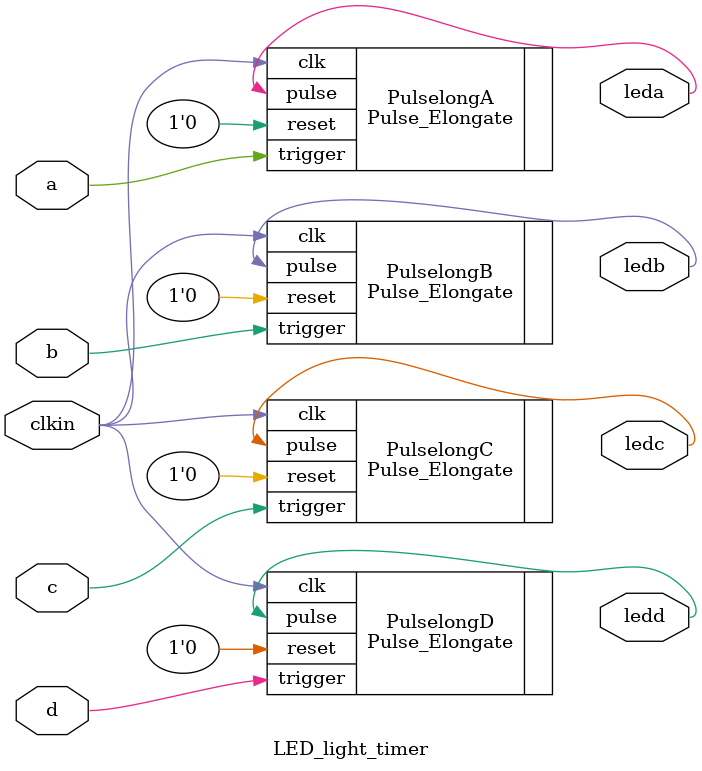
<source format=v>
`timescale 1ns / 1ps

module LED_light_timer(
    input a, b, c, d,
    input clkin,
    /*output reg clktriga,
    output reg clktrigb,
    output reg clktrigc,
    output reg clktrigd*/
    output leda, ledb, ledc, ledd
    );
    
    //wire pulseouta, pulseoutb, pulseoutc, pulseoutd;
    //wire ledchecka, ledcheckb, ledcheckc, ledcheckd;
   //wire masterinput, masterpulseout;
    //reg [3:0] pulsecheck = 4'd0;
    
    /*or(masterinput, a, b, c, d);
    
    Pulse_Elongate PulselongMaster(.clk(clkin),                   //initiates at any pushbutton press
                             .trigger(masterinput),         //for comparing with other pulses within the same duration
                             .reset(1'b0), 
                             .pulse(masterpulseout));
                             
    and(ledchecka, masterpulseout, a);
    and(ledcheckb, masterpulseout, b);
    and(ledcheckc, masterpulseout, c);
    and(ledcheckd, masterpulseout, d);*/
    

    Pulse_Elongate PulselongA(.clk(clkin), 
                       .trigger(a), 
                       .reset(1'b0), 
                       .pulse(leda));
    /*always@(posedge a)
    begin
        if(pulseouta==1)
        pulsecheck[0]<=1;
        
        else
        pulsecheck[0]<=0;
    end*/
    

    Pulse_Elongate PulselongB(.clk(clkin), 
                       .trigger(b), 
                       .reset(1'b0), 
                       .pulse(ledb));
    /*always@(posedge b)
    begin
        if(pulseoutb==1)
        pulsecheck[1]<=1;
        
        else
        pulsecheck[1]<=0;
    end*/
    
    
    
    Pulse_Elongate PulselongC(.clk(clkin), 
                       .trigger(c), 
                       .reset(1'b0), 
                       .pulse(ledc));      
    /*always@(posedge c)
    begin
        if(pulseoutc==1)
        pulsecheck[2]<=1;
        
        else
        pulsecheck[2]<=0;
    end*/
    
    
    Pulse_Elongate PulselongD(.clk(clkin), 
                       .trigger(d), 
                       .reset(1'b0), 
                       .pulse(ledd));    
    /*always@(posedge d)
    begin
        if(pulseoutd==1)
        pulsecheck[3]<=1;
        
        else
        pulsecheck[3]<=0;
    end
    
    
    wire pulsechkor;
    or(pulsechkor,              //returns zero if all pulseouts are zero
       pulseouta,               //returns 1 if any of the pulses active
       pulseoutb,
       pulseoutc,
       pulseoutd);     
    
    
    always@(pulsechkor)         //when all pulses zero, assign zero to the register
    begin
        if(pulsechkor == 1'b0)
            pulsecheck <= 4'b0000;
    end
    
    wire ledctrlmux;
    and(ledctrlmux,                                                             //select line input to the ledctrl mux
        pulsecheck[0], pulsecheck[1], pulsecheck[2], pulsecheck[3],             //ledctrlmux line high if pulsecheck register 1111 and all pulses zero
        ~(pulsechkor));          
    
         
    wire [3:0] ledctrl;
    assign ledctrl[0] = ledctrlmux? 1 : 0;
    assign ledctrl[1] = ledctrlmux? 1 : 0;
    assign ledctrl[2] = ledctrlmux? 1 : 0;
    assign ledctrl[3] = ledctrlmux? 1 : 0;
    
    
    assign leda = pulseouta && ~(ledctrl[0]);                       //led lights till pulseout high and ledctrl is low
    assign ledb = pulseoutb && ~(ledctrl[1]);                       //as soon as ledctrl goes high(i.e., when all pulses zero and reg = 1111),
    assign ledc = pulseoutc && ~(ledctrl[2]);                       //all leds turn off
    assign ledd = pulseoutd && ~(ledctrl[3]);   */
                                                        
    /*
    assign pulsecheck[0] = pulseouta? 1 : 0 ;                  
    assign pulsecheck[1] = pulseoutb? 1 : 0 ;
    assign pulsecheck[2] = pulseoutc? 1 : 0 ;
    assign pulsecheck[3] = pulseoutd? 1 : 0 ;
    
   
    
    assign leda = pulseouta && pulsechkor;                                                                      
    assign ledb = pulseoutb && pulsechkor;                                                                      
    assign ledc = pulseoutc && pulsechkor;                                                                      
    assign ledd = pulseoutd && pulsechkor; */
    
    
                                                 
    /*always@(pulsecheck)                               //negedge pulseouta, negedge pulseoutb
    begin
      //  aON <= 0;
       // bON <= 0;
        if(pulsecheck == 4'b0000)begin
        leda <= 0;
        ledb <= 0; 
        ledc <= 0; 
        ledd <= 0; end
    end*/
    endmodule   
    
    
    
    //------------------------------------------------------------//
    
    
    /*wire outa, outb, outc, outd;
    reg clktriga = 0;
    reg clktrigb = 0;
    reg clktrigc = 0;
    reg clktrigd = 0;
    
    always@(a or b or c or d)
    begin
    clktriga <= 0;
    clktrigb <= 0;
    clktrigc <= 0;
    clktrigd <= 0;
        if(a==1 && b==0 && c==0 && d==0)
            begin
                clktrigb<=1;
                clktrigc<=1;
                clktrigd<=1;
            end
        
        if(a==0 && b==1 && c==0 && d==0)
            begin
                clktriga<=1;
                clktrigc<=1;
                clktrigd<=1;
            end
            
        if(a==0 && b==0 && c==1 && d==0)
            begin
                clktrigb<=1;
                clktriga<=1;
                clktrigd<=1;
            end
            
        if(a==0 && b==0 && c==0 && d==1)
            begin
                clktrigb<=1;
                clktrigc<=1;
                clktriga<=1;
            end
    end
    
    assign outa = clktriga && clkin;
    assign outb = clktrigb && clkin;
    assign outc = clktrigc && clkin;
    assign outd = clktrigd && clkin;
    or(outpb, outa, outb, outc, outd);
    
    reg [28:0] counta = 0;
    reg [28:0] countb = 0;
    reg [28:0] countc = 0;
    reg [28:0] countd = 0;
    
    /*always@(outpb)
    begin
        leda <= 1;
        ledb <= 1;
        ledc <= 1;
        ledd <= 1;
        if(counta == 28'd49_999_999)
        begin
            counta<=0;
            leda<=0;    
            ledb<=0;    
            ledc<=0;    
            ledd<=0;    
        end
        else
            counta <= counta+1;
    end*/
    
    /*always@(posedge outa)
    begin
    leda=1;
        if(counta == 28'd99_999)
        begin
            counta<=0;
            leda<=0;
        end
        else
            counta = counta+1;
    end
    
    
    always@(posedge outb)
    begin
    ledb=1;
        if(countb == 28'd99_999)
        begin
            countb<=0;
            ledb<=0;
        end
        else
            countb = countb+1;
    end
    
    always@(posedge outc)
    begin
    ledc=1;
        if(countc == 28'd99_999)
        begin
            countc<=0;
            ledc<=0;
        end
        else
            countc = countc+1;
    end
    
    always@(posedge outd)
    begin
    ledd=1;
        if(countd == 28'd99_999)
        begin
            countd<=0;
            ledd<=0;
        end
        else
            countd = countd+1;
    end*/


</source>
